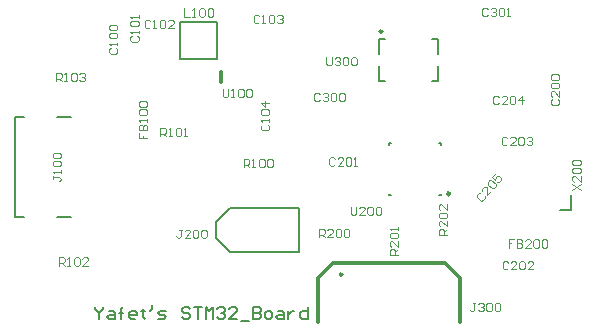
<source format=gbr>
%TF.GenerationSoftware,Altium Limited,Altium Designer,25.7.1 (20)*%
G04 Layer_Color=65535*
%FSLAX45Y45*%
%MOMM*%
%TF.SameCoordinates,8071C31C-8A66-4455-A033-DC46DB2AE162*%
%TF.FilePolarity,Positive*%
%TF.FileFunction,Legend,Top*%
%TF.Part,Single*%
G01*
G75*
%TA.AperFunction,NonConductor*%
%ADD66C,0.25400*%
%ADD67C,0.25000*%
%ADD68C,0.17500*%
%ADD69C,0.20000*%
%ADD70C,0.30000*%
%ADD71C,0.10000*%
D66*
X186788Y-908673D02*
G03*
X186788Y-908673I-10270J0D01*
G01*
X526412Y1147500D02*
G03*
X526412Y1147500I-11412J0D01*
G01*
D67*
X1097500Y-225000D02*
G03*
X1097500Y-225000I-12500J0D01*
G01*
D68*
X-763000Y-723500D02*
X-183000D01*
X-883000Y-603500D02*
X-763000Y-723500D01*
X-883000Y-603500D02*
Y-463500D01*
X-763000Y-343500D01*
X-183000D01*
Y-723500D02*
Y-343500D01*
D69*
X-2232000Y425000D02*
X-2107000D01*
X-2232000Y-425000D02*
X-2107000D01*
X-2582000Y425000D02*
X-2507000D01*
X-2582000Y-425000D02*
Y425000D01*
Y-425000D02*
X-2507000D01*
X2119285Y-363073D02*
Y-240000D01*
X2030000Y-363073D02*
X2119285D01*
X495000Y1087500D02*
X545000D01*
X495000Y957500D02*
Y1087500D01*
X945000D02*
X995000D01*
Y957500D02*
Y1087500D01*
X945000Y727500D02*
X995000D01*
Y857500D01*
X495000Y727500D02*
X545000D01*
X495000D02*
Y857500D01*
X-1185000Y915000D02*
Y1225000D01*
X-875000D01*
Y915000D02*
Y1225000D01*
X-1185000Y915000D02*
X-875000D01*
X1020000Y-240000D02*
Y-224700D01*
X1004700Y-240000D02*
X1020000D01*
X580000D02*
X595300D01*
X580000D02*
Y-224700D01*
Y184700D02*
Y200000D01*
X595300D01*
X1020000Y184700D02*
Y200000D01*
X1004700D02*
X1020000D01*
X-1905000Y-1185871D02*
Y-1202532D01*
X-1871677Y-1235855D01*
X-1838355Y-1202532D01*
Y-1185871D01*
X-1871677Y-1235855D02*
Y-1285839D01*
X-1788371Y-1219194D02*
X-1755048D01*
X-1738387Y-1235855D01*
Y-1285839D01*
X-1788371D01*
X-1805032Y-1269177D01*
X-1788371Y-1252516D01*
X-1738387D01*
X-1688403Y-1285839D02*
Y-1202532D01*
Y-1235855D01*
X-1705064D01*
X-1671742D01*
X-1688403D01*
Y-1202532D01*
X-1671742Y-1185871D01*
X-1571774Y-1285839D02*
X-1605097D01*
X-1621758Y-1269177D01*
Y-1235855D01*
X-1605097Y-1219194D01*
X-1571774D01*
X-1555113Y-1235855D01*
Y-1252516D01*
X-1621758D01*
X-1505129Y-1202532D02*
Y-1219194D01*
X-1521790D01*
X-1488468D01*
X-1505129D01*
Y-1269177D01*
X-1488468Y-1285839D01*
X-1421822Y-1169210D02*
Y-1202532D01*
X-1438484Y-1219194D01*
X-1371839Y-1285839D02*
X-1321855D01*
X-1305194Y-1269177D01*
X-1321855Y-1252516D01*
X-1355177D01*
X-1371839Y-1235855D01*
X-1355177Y-1219194D01*
X-1305194D01*
X-1105258Y-1202532D02*
X-1121919Y-1185871D01*
X-1155242D01*
X-1171903Y-1202532D01*
Y-1219194D01*
X-1155242Y-1235855D01*
X-1121919D01*
X-1105258Y-1252516D01*
Y-1269177D01*
X-1121919Y-1285839D01*
X-1155242D01*
X-1171903Y-1269177D01*
X-1071935Y-1185871D02*
X-1005290D01*
X-1038613D01*
Y-1285839D01*
X-971968D02*
Y-1185871D01*
X-938645Y-1219194D01*
X-905323Y-1185871D01*
Y-1285839D01*
X-872000Y-1202532D02*
X-855338Y-1185871D01*
X-822016D01*
X-805355Y-1202532D01*
Y-1219194D01*
X-822016Y-1235855D01*
X-838677D01*
X-822016D01*
X-805355Y-1252516D01*
Y-1269177D01*
X-822016Y-1285839D01*
X-855338D01*
X-872000Y-1269177D01*
X-705387Y-1285839D02*
X-772032D01*
X-705387Y-1219194D01*
Y-1202532D01*
X-722048Y-1185871D01*
X-755371D01*
X-772032Y-1202532D01*
X-672064Y-1302500D02*
X-605419D01*
X-572096Y-1185871D02*
Y-1285839D01*
X-522112D01*
X-505451Y-1269177D01*
Y-1252516D01*
X-522112Y-1235855D01*
X-572096D01*
X-522112D01*
X-505451Y-1219194D01*
Y-1202532D01*
X-522112Y-1185871D01*
X-572096D01*
X-455467Y-1285839D02*
X-422145D01*
X-405484Y-1269177D01*
Y-1235855D01*
X-422145Y-1219194D01*
X-455467D01*
X-472129Y-1235855D01*
Y-1269177D01*
X-455467Y-1285839D01*
X-355499Y-1219194D02*
X-322177D01*
X-305516Y-1235855D01*
Y-1285839D01*
X-355499D01*
X-372161Y-1269177D01*
X-355499Y-1252516D01*
X-305516D01*
X-272193Y-1219194D02*
Y-1285839D01*
Y-1252516D01*
X-255532Y-1235855D01*
X-238870Y-1219194D01*
X-222209D01*
X-105580Y-1185871D02*
Y-1285839D01*
X-155564D01*
X-172225Y-1269177D01*
Y-1235855D01*
X-155564Y-1219194D01*
X-105580D01*
D70*
X-20000Y-1315000D02*
Y-940000D01*
X105000Y-815000D01*
X1055000D01*
X1180000Y-940000D01*
Y-1315000D02*
Y-940000D01*
X-845004Y716135D02*
Y802775D01*
D71*
X-2266989Y-75809D02*
Y-99135D01*
Y-87472D01*
X-2208675D01*
X-2197012Y-99135D01*
Y-110798D01*
X-2208675Y-122461D01*
X-2197012Y-52483D02*
Y-29157D01*
Y-40820D01*
X-2266989D01*
X-2255326Y-52483D01*
Y5831D02*
X-2266989Y17494D01*
Y40820D01*
X-2255326Y52483D01*
X-2208675D01*
X-2197012Y40820D01*
Y17494D01*
X-2208675Y5831D01*
X-2255326D01*
Y75809D02*
X-2266989Y87472D01*
Y110798D01*
X-2255326Y122461D01*
X-2208675D01*
X-2197012Y110798D01*
Y87472D01*
X-2208675Y75809D01*
X-2255326D01*
X1417522Y1335826D02*
X1405860Y1347489D01*
X1382534D01*
X1370871Y1335826D01*
Y1289174D01*
X1382534Y1277511D01*
X1405860D01*
X1417522Y1289174D01*
X1440848Y1335826D02*
X1452511Y1347489D01*
X1475837D01*
X1487500Y1335826D01*
Y1324163D01*
X1475837Y1312500D01*
X1464174D01*
X1475837D01*
X1487500Y1300837D01*
Y1289174D01*
X1475837Y1277511D01*
X1452511D01*
X1440848Y1289174D01*
X1510826Y1335826D02*
X1522489Y1347489D01*
X1545815D01*
X1557477Y1335826D01*
Y1289174D01*
X1545815Y1277511D01*
X1522489D01*
X1510826Y1289174D01*
Y1335826D01*
X1580803Y1277511D02*
X1604129D01*
X1592466D01*
Y1347489D01*
X1580803Y1335826D01*
X-4140Y615826D02*
X-15803Y627489D01*
X-39129D01*
X-50792Y615826D01*
Y569174D01*
X-39129Y557511D01*
X-15803D01*
X-4140Y569174D01*
X19185Y615826D02*
X30848Y627489D01*
X54174D01*
X65837Y615826D01*
Y604163D01*
X54174Y592500D01*
X42511D01*
X54174D01*
X65837Y580837D01*
Y569174D01*
X54174Y557511D01*
X30848D01*
X19185Y569174D01*
X89163Y615826D02*
X100826Y627489D01*
X124152D01*
X135815Y615826D01*
Y569174D01*
X124152Y557511D01*
X100826D01*
X89163Y569174D01*
Y615826D01*
X159140D02*
X170803Y627489D01*
X194129D01*
X205792Y615826D01*
Y569174D01*
X194129Y557511D01*
X170803D01*
X159140Y569174D01*
Y615826D01*
X-1595826Y1108354D02*
X-1607489Y1096691D01*
Y1073365D01*
X-1595826Y1061702D01*
X-1549174D01*
X-1537511Y1073365D01*
Y1096691D01*
X-1549174Y1108354D01*
X-1537511Y1131680D02*
Y1155006D01*
Y1143343D01*
X-1607489D01*
X-1595826Y1131680D01*
Y1189995D02*
X-1607489Y1201657D01*
Y1224983D01*
X-1595826Y1236646D01*
X-1549174D01*
X-1537511Y1224983D01*
Y1201657D01*
X-1549174Y1189995D01*
X-1595826D01*
X-1537511Y1259972D02*
Y1283298D01*
Y1271635D01*
X-1607489D01*
X-1595826Y1259972D01*
X-1775826Y1006691D02*
X-1787489Y995028D01*
Y971702D01*
X-1775826Y960039D01*
X-1729174D01*
X-1717511Y971702D01*
Y995028D01*
X-1729174Y1006691D01*
X-1717511Y1030017D02*
Y1053343D01*
Y1041680D01*
X-1787489D01*
X-1775826Y1030017D01*
Y1088332D02*
X-1787489Y1099994D01*
Y1123320D01*
X-1775826Y1134983D01*
X-1729174D01*
X-1717511Y1123320D01*
Y1099994D01*
X-1729174Y1088332D01*
X-1775826D01*
Y1158309D02*
X-1787489Y1169972D01*
Y1193298D01*
X-1775826Y1204961D01*
X-1729174D01*
X-1717511Y1193298D01*
Y1169972D01*
X-1729174Y1158309D01*
X-1775826D01*
X1356106Y-218458D02*
X1339647Y-219527D01*
X1324256Y-237055D01*
X1325326Y-253514D01*
X1360382Y-284295D01*
X1376841Y-283226D01*
X1392231Y-265698D01*
X1391162Y-249239D01*
X1446097Y-204350D02*
X1415316Y-239406D01*
X1411041Y-173569D01*
X1402277Y-165874D01*
X1385818Y-166943D01*
X1370427Y-184471D01*
X1371496Y-200930D01*
X1417667Y-148346D02*
X1416598Y-131887D01*
X1431989Y-114359D01*
X1448448Y-113290D01*
X1483504Y-144070D01*
X1484573Y-160530D01*
X1469182Y-178058D01*
X1452723Y-179126D01*
X1417667Y-148346D01*
X1485855Y-53010D02*
X1455074Y-88066D01*
X1481366Y-111152D01*
X1487992Y-85929D01*
X1495687Y-77165D01*
X1512147Y-76096D01*
X1529675Y-91486D01*
X1530744Y-107945D01*
X1515353Y-125473D01*
X1498894Y-126542D01*
X1510860Y590826D02*
X1499197Y602489D01*
X1475871D01*
X1464208Y590826D01*
Y544174D01*
X1475871Y532511D01*
X1499197D01*
X1510860Y544174D01*
X1580837Y532511D02*
X1534185D01*
X1580837Y579163D01*
Y590826D01*
X1569174Y602489D01*
X1545848D01*
X1534185Y590826D01*
X1604163D02*
X1615826Y602489D01*
X1639152D01*
X1650815Y590826D01*
Y544174D01*
X1639152Y532511D01*
X1615826D01*
X1604163Y544174D01*
Y590826D01*
X1709129Y532511D02*
Y602489D01*
X1674140Y567500D01*
X1720792D01*
X1583360Y243326D02*
X1571697Y254989D01*
X1548371D01*
X1536708Y243326D01*
Y196674D01*
X1548371Y185011D01*
X1571697D01*
X1583360Y196674D01*
X1653337Y185011D02*
X1606685D01*
X1653337Y231663D01*
Y243326D01*
X1641674Y254989D01*
X1618348D01*
X1606685Y243326D01*
X1676663D02*
X1688326Y254989D01*
X1711652D01*
X1723315Y243326D01*
Y196674D01*
X1711652Y185011D01*
X1688326D01*
X1676663Y196674D01*
Y243326D01*
X1746640D02*
X1758303Y254989D01*
X1781629D01*
X1793292Y243326D01*
Y231663D01*
X1781629Y220000D01*
X1769966D01*
X1781629D01*
X1793292Y208337D01*
Y196674D01*
X1781629Y185011D01*
X1758303D01*
X1746640Y196674D01*
X1590860Y-809174D02*
X1579197Y-797511D01*
X1555871D01*
X1544208Y-809174D01*
Y-855826D01*
X1555871Y-867489D01*
X1579197D01*
X1590860Y-855826D01*
X1660837Y-867489D02*
X1614185D01*
X1660837Y-820837D01*
Y-809174D01*
X1649174Y-797511D01*
X1625848D01*
X1614185Y-809174D01*
X1684163D02*
X1695826Y-797511D01*
X1719152D01*
X1730815Y-809174D01*
Y-855826D01*
X1719152Y-867489D01*
X1695826D01*
X1684163Y-855826D01*
Y-809174D01*
X1800792Y-867489D02*
X1754141D01*
X1800792Y-820837D01*
Y-809174D01*
X1789129Y-797511D01*
X1765803D01*
X1754141Y-809174D01*
X122522Y70826D02*
X110860Y82489D01*
X87534D01*
X75871Y70826D01*
Y24174D01*
X87534Y12511D01*
X110860D01*
X122522Y24174D01*
X192500Y12511D02*
X145848D01*
X192500Y59163D01*
Y70826D01*
X180837Y82489D01*
X157511D01*
X145848Y70826D01*
X215826D02*
X227489Y82489D01*
X250815D01*
X262478Y70826D01*
Y24174D01*
X250815Y12511D01*
X227489D01*
X215826Y24174D01*
Y70826D01*
X285803Y12511D02*
X309129D01*
X297466D01*
Y82489D01*
X285803Y70826D01*
X1964174Y573360D02*
X1952511Y561697D01*
Y538371D01*
X1964174Y526708D01*
X2010826D01*
X2022488Y538371D01*
Y561697D01*
X2010826Y573360D01*
X2022488Y643337D02*
Y596686D01*
X1975837Y643337D01*
X1964174D01*
X1952511Y631674D01*
Y608349D01*
X1964174Y596686D01*
Y666663D02*
X1952511Y678326D01*
Y701652D01*
X1964174Y713315D01*
X2010826D01*
X2022488Y701652D01*
Y678326D01*
X2010826Y666663D01*
X1964174D01*
Y736641D02*
X1952511Y748304D01*
Y771629D01*
X1964174Y783292D01*
X2010826D01*
X2022488Y771629D01*
Y748304D01*
X2010826Y736641D01*
X1964174D01*
X2135011Y-193292D02*
X2204988Y-146640D01*
X2135011D02*
X2204988Y-193292D01*
Y-76663D02*
Y-123314D01*
X2158337Y-76663D01*
X2146674D01*
X2135011Y-88326D01*
Y-111652D01*
X2146674Y-123314D01*
Y-53337D02*
X2135011Y-41674D01*
Y-18348D01*
X2146674Y-6685D01*
X2193326D01*
X2204988Y-18348D01*
Y-41674D01*
X2193326Y-53337D01*
X2146674D01*
Y16641D02*
X2135011Y28303D01*
Y51629D01*
X2146674Y63292D01*
X2193326D01*
X2204988Y51629D01*
Y28303D01*
X2193326Y16641D01*
X2146674D01*
X51708Y929989D02*
Y871674D01*
X63371Y860011D01*
X86697D01*
X98359Y871674D01*
Y929989D01*
X121685Y918326D02*
X133348Y929989D01*
X156674D01*
X168337Y918326D01*
Y906663D01*
X156674Y895000D01*
X145011D01*
X156674D01*
X168337Y883337D01*
Y871674D01*
X156674Y860011D01*
X133348D01*
X121685Y871674D01*
X191663Y918326D02*
X203326Y929989D01*
X226652D01*
X238314Y918326D01*
Y871674D01*
X226652Y860011D01*
X203326D01*
X191663Y871674D01*
Y918326D01*
X261640D02*
X273303Y929989D01*
X296629D01*
X308292Y918326D01*
Y871674D01*
X296629Y860011D01*
X273303D01*
X261640Y871674D01*
Y918326D01*
X259208Y-335011D02*
Y-393326D01*
X270871Y-404989D01*
X294197D01*
X305860Y-393326D01*
Y-335011D01*
X375837Y-404989D02*
X329186D01*
X375837Y-358337D01*
Y-346674D01*
X364174Y-335011D01*
X340848D01*
X329186Y-346674D01*
X399163D02*
X410826Y-335011D01*
X434152D01*
X445815Y-346674D01*
Y-393326D01*
X434152Y-404989D01*
X410826D01*
X399163Y-393326D01*
Y-346674D01*
X469141D02*
X480803Y-335011D01*
X504129D01*
X515792Y-346674D01*
Y-393326D01*
X504129Y-404989D01*
X480803D01*
X469141Y-393326D01*
Y-346674D01*
X-824961Y659989D02*
Y601674D01*
X-813298Y590011D01*
X-789972D01*
X-778309Y601674D01*
Y659989D01*
X-754983Y590011D02*
X-731657D01*
X-743320D01*
Y659989D01*
X-754983Y648326D01*
X-696668D02*
X-685005Y659989D01*
X-661680D01*
X-650017Y648326D01*
Y601674D01*
X-661680Y590011D01*
X-685005D01*
X-696668Y601674D01*
Y648326D01*
X-626691D02*
X-615028Y659989D01*
X-591702D01*
X-580039Y648326D01*
Y601674D01*
X-591702Y590011D01*
X-615028D01*
X-626691Y601674D01*
Y648326D01*
X1072489Y-573292D02*
X1002511D01*
Y-538304D01*
X1014174Y-526641D01*
X1037500D01*
X1049163Y-538304D01*
Y-573292D01*
Y-549967D02*
X1072489Y-526641D01*
Y-456663D02*
Y-503315D01*
X1025837Y-456663D01*
X1014174D01*
X1002511Y-468326D01*
Y-491652D01*
X1014174Y-503315D01*
Y-433337D02*
X1002511Y-421675D01*
Y-398349D01*
X1014174Y-386686D01*
X1060826D01*
X1072489Y-398349D01*
Y-421675D01*
X1060826Y-433337D01*
X1014174D01*
X1072489Y-316708D02*
Y-363360D01*
X1025837Y-316708D01*
X1014174D01*
X1002511Y-328371D01*
Y-351697D01*
X1014174Y-363360D01*
X657489Y-744129D02*
X587511D01*
Y-709140D01*
X599174Y-697477D01*
X622500D01*
X634163Y-709140D01*
Y-744129D01*
Y-720803D02*
X657489Y-697477D01*
Y-627500D02*
Y-674152D01*
X610837Y-627500D01*
X599174D01*
X587511Y-639163D01*
Y-662489D01*
X599174Y-674152D01*
Y-604174D02*
X587511Y-592511D01*
Y-569185D01*
X599174Y-557522D01*
X645826D01*
X657489Y-569185D01*
Y-592511D01*
X645826Y-604174D01*
X599174D01*
X657489Y-534197D02*
Y-510871D01*
Y-522534D01*
X587511D01*
X599174Y-534197D01*
X-10792Y-594989D02*
Y-525011D01*
X24197D01*
X35859Y-536674D01*
Y-560000D01*
X24197Y-571663D01*
X-10792D01*
X12534D02*
X35859Y-594989D01*
X105837D02*
X59185D01*
X105837Y-548337D01*
Y-536674D01*
X94174Y-525011D01*
X70848D01*
X59185Y-536674D01*
X129163D02*
X140826Y-525011D01*
X164152D01*
X175814Y-536674D01*
Y-583326D01*
X164152Y-594989D01*
X140826D01*
X129163Y-583326D01*
Y-536674D01*
X199140D02*
X210803Y-525011D01*
X234129D01*
X245792Y-536674D01*
Y-583326D01*
X234129Y-594989D01*
X210803D01*
X199140Y-583326D01*
Y-536674D01*
X-2237461Y725011D02*
Y794989D01*
X-2202472D01*
X-2190809Y783326D01*
Y760000D01*
X-2202472Y748337D01*
X-2237461D01*
X-2214135D02*
X-2190809Y725011D01*
X-2167483D02*
X-2144157D01*
X-2155820D01*
Y794989D01*
X-2167483Y783326D01*
X-2109169D02*
X-2097506Y794989D01*
X-2074180D01*
X-2062517Y783326D01*
Y736674D01*
X-2074180Y725011D01*
X-2097506D01*
X-2109169Y736674D01*
Y783326D01*
X-2039191D02*
X-2027528Y794989D01*
X-2004202D01*
X-1992539Y783326D01*
Y771663D01*
X-2004202Y760000D01*
X-2015865D01*
X-2004202D01*
X-1992539Y748337D01*
Y736674D01*
X-2004202Y725011D01*
X-2027528D01*
X-2039191Y736674D01*
X-2212461Y-834989D02*
Y-765011D01*
X-2177472D01*
X-2165809Y-776674D01*
Y-800000D01*
X-2177472Y-811663D01*
X-2212461D01*
X-2189135D02*
X-2165809Y-834989D01*
X-2142483D02*
X-2119157D01*
X-2130820D01*
Y-765011D01*
X-2142483Y-776674D01*
X-2084169D02*
X-2072506Y-765011D01*
X-2049180D01*
X-2037517Y-776674D01*
Y-823326D01*
X-2049180Y-834989D01*
X-2072506D01*
X-2084169Y-823326D01*
Y-776674D01*
X-1967539Y-834989D02*
X-2014191D01*
X-1967539Y-788337D01*
Y-776674D01*
X-1979202Y-765011D01*
X-2002528D01*
X-2014191Y-776674D01*
X-1353298Y260011D02*
Y329989D01*
X-1318309D01*
X-1306646Y318326D01*
Y295000D01*
X-1318309Y283337D01*
X-1353298D01*
X-1329972D02*
X-1306646Y260011D01*
X-1283320D02*
X-1259994D01*
X-1271657D01*
Y329989D01*
X-1283320Y318326D01*
X-1225005D02*
X-1213343Y329989D01*
X-1190017D01*
X-1178354Y318326D01*
Y271674D01*
X-1190017Y260011D01*
X-1213343D01*
X-1225005Y271674D01*
Y318326D01*
X-1155028Y260011D02*
X-1131702D01*
X-1143365D01*
Y329989D01*
X-1155028Y318326D01*
X-647460Y-2489D02*
Y67489D01*
X-612472D01*
X-600809Y55826D01*
Y32500D01*
X-612472Y20837D01*
X-647460D01*
X-624135D02*
X-600809Y-2489D01*
X-577483D02*
X-554157D01*
X-565820D01*
Y67489D01*
X-577483Y55826D01*
X-519168D02*
X-507505Y67489D01*
X-484180D01*
X-472517Y55826D01*
Y9174D01*
X-484180Y-2489D01*
X-507505D01*
X-519168Y9174D01*
Y55826D01*
X-449191D02*
X-437528Y67489D01*
X-414202D01*
X-402539Y55826D01*
Y9174D01*
X-414202Y-2489D01*
X-437528D01*
X-449191Y9174D01*
Y55826D01*
X-1152460Y1342489D02*
Y1272511D01*
X-1105809D01*
X-1082483D02*
X-1059157D01*
X-1070820D01*
Y1342489D01*
X-1082483Y1330826D01*
X-1024168D02*
X-1012505Y1342489D01*
X-989180D01*
X-977517Y1330826D01*
Y1284174D01*
X-989180Y1272511D01*
X-1012505D01*
X-1024168Y1284174D01*
Y1330826D01*
X-954191D02*
X-942528Y1342489D01*
X-919202D01*
X-907539Y1330826D01*
Y1284174D01*
X-919202Y1272511D01*
X-942528D01*
X-954191Y1284174D01*
Y1330826D01*
X1313360Y-1150011D02*
X1290034D01*
X1301697D01*
Y-1208326D01*
X1290034Y-1219989D01*
X1278371D01*
X1266708Y-1208326D01*
X1336685Y-1161674D02*
X1348348Y-1150011D01*
X1371674D01*
X1383337Y-1161674D01*
Y-1173337D01*
X1371674Y-1185000D01*
X1360011D01*
X1371674D01*
X1383337Y-1196663D01*
Y-1208326D01*
X1371674Y-1219989D01*
X1348348D01*
X1336685Y-1208326D01*
X1406663Y-1161674D02*
X1418326Y-1150011D01*
X1441652D01*
X1453315Y-1161674D01*
Y-1208326D01*
X1441652Y-1219989D01*
X1418326D01*
X1406663Y-1208326D01*
Y-1161674D01*
X1476640D02*
X1488303Y-1150011D01*
X1511629D01*
X1523292Y-1161674D01*
Y-1208326D01*
X1511629Y-1219989D01*
X1488303D01*
X1476640Y-1208326D01*
Y-1161674D01*
X-1171641Y-530011D02*
X-1194966D01*
X-1183303D01*
Y-588326D01*
X-1194966Y-599989D01*
X-1206629D01*
X-1218292Y-588326D01*
X-1101663Y-599989D02*
X-1148315D01*
X-1101663Y-553337D01*
Y-541674D01*
X-1113326Y-530011D01*
X-1136652D01*
X-1148315Y-541674D01*
X-1078337D02*
X-1066674Y-530011D01*
X-1043348D01*
X-1031686Y-541674D01*
Y-588326D01*
X-1043348Y-599989D01*
X-1066674D01*
X-1078337Y-588326D01*
Y-541674D01*
X-1008360D02*
X-996697Y-530011D01*
X-973371D01*
X-961708Y-541674D01*
Y-588326D01*
X-973371Y-599989D01*
X-996697D01*
X-1008360Y-588326D01*
Y-541674D01*
X1640871Y-612511D02*
X1594219D01*
Y-647500D01*
X1617545D01*
X1594219D01*
Y-682489D01*
X1664197Y-612511D02*
Y-682489D01*
X1699185D01*
X1710848Y-670826D01*
Y-659163D01*
X1699185Y-647500D01*
X1664197D01*
X1699185D01*
X1710848Y-635837D01*
Y-624174D01*
X1699185Y-612511D01*
X1664197D01*
X1780826Y-682489D02*
X1734174D01*
X1780826Y-635837D01*
Y-624174D01*
X1769163Y-612511D01*
X1745837D01*
X1734174Y-624174D01*
X1804152D02*
X1815815Y-612511D01*
X1839140D01*
X1850803Y-624174D01*
Y-670826D01*
X1839140Y-682489D01*
X1815815D01*
X1804152Y-670826D01*
Y-624174D01*
X1874129D02*
X1885792Y-612511D01*
X1909118D01*
X1920781Y-624174D01*
Y-670826D01*
X1909118Y-682489D01*
X1885792D01*
X1874129Y-670826D01*
Y-624174D01*
X-1534989Y289202D02*
Y242550D01*
X-1500000D01*
Y265876D01*
Y242550D01*
X-1465012D01*
X-1534989Y312528D02*
X-1465012D01*
Y347517D01*
X-1476674Y359180D01*
X-1488337D01*
X-1500000Y347517D01*
Y312528D01*
Y347517D01*
X-1511663Y359180D01*
X-1523326D01*
X-1534989Y347517D01*
Y312528D01*
X-1465012Y382505D02*
Y405831D01*
Y394168D01*
X-1534989D01*
X-1523326Y382505D01*
Y440820D02*
X-1534989Y452483D01*
Y475809D01*
X-1523326Y487472D01*
X-1476674D01*
X-1465012Y475809D01*
Y452483D01*
X-1476674Y440820D01*
X-1523326D01*
Y510798D02*
X-1534989Y522460D01*
Y545786D01*
X-1523326Y557449D01*
X-1476674D01*
X-1465012Y545786D01*
Y522460D01*
X-1476674Y510798D01*
X-1523326D01*
X-493326Y359191D02*
X-504989Y347528D01*
Y324202D01*
X-493326Y312539D01*
X-446674D01*
X-435011Y324202D01*
Y347528D01*
X-446674Y359191D01*
X-435011Y382517D02*
Y405843D01*
Y394180D01*
X-504989D01*
X-493326Y382517D01*
Y440831D02*
X-504989Y452494D01*
Y475820D01*
X-493326Y487483D01*
X-446674D01*
X-435011Y475820D01*
Y452494D01*
X-446674Y440831D01*
X-493326D01*
X-435011Y545798D02*
X-504989D01*
X-470000Y510809D01*
Y557461D01*
X-518309Y1275826D02*
X-529972Y1287489D01*
X-553298D01*
X-564961Y1275826D01*
Y1229174D01*
X-553298Y1217511D01*
X-529972D01*
X-518309Y1229174D01*
X-494983Y1217511D02*
X-471657D01*
X-483320D01*
Y1287489D01*
X-494983Y1275826D01*
X-436668D02*
X-425005Y1287489D01*
X-401680D01*
X-390017Y1275826D01*
Y1229174D01*
X-401680Y1217511D01*
X-425005D01*
X-436668Y1229174D01*
Y1275826D01*
X-366691D02*
X-355028Y1287489D01*
X-331702D01*
X-320039Y1275826D01*
Y1264163D01*
X-331702Y1252500D01*
X-343365D01*
X-331702D01*
X-320039Y1240837D01*
Y1229174D01*
X-331702Y1217511D01*
X-355028D01*
X-366691Y1229174D01*
X-1440809Y1233326D02*
X-1452472Y1244989D01*
X-1475798D01*
X-1487461Y1233326D01*
Y1186674D01*
X-1475798Y1175011D01*
X-1452472D01*
X-1440809Y1186674D01*
X-1417483Y1175011D02*
X-1394157D01*
X-1405820D01*
Y1244989D01*
X-1417483Y1233326D01*
X-1359168D02*
X-1347506Y1244989D01*
X-1324180D01*
X-1312517Y1233326D01*
Y1186674D01*
X-1324180Y1175011D01*
X-1347506D01*
X-1359168Y1186674D01*
Y1233326D01*
X-1242539Y1175011D02*
X-1289191D01*
X-1242539Y1221663D01*
Y1233326D01*
X-1254202Y1244989D01*
X-1277528D01*
X-1289191Y1233326D01*
%TF.MD5,167c814b7543dd29309e5ab71cc2056f*%
M02*

</source>
